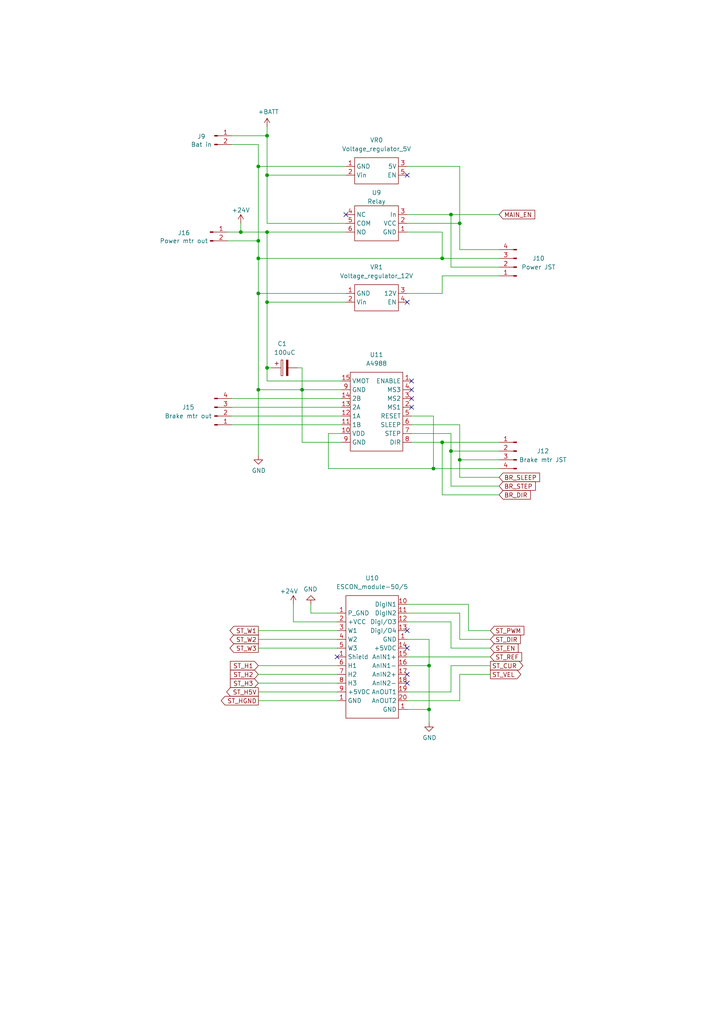
<source format=kicad_sch>
(kicad_sch (version 20211123) (generator eeschema)
  (paper "A4" portrait)
  (title_block (title "HV-schematic") (date "2022-04-13") (rev "1") (company "University of Padova") (comment 1 "High-voltage motherboard schematic"))
  (lib_symbols
    (symbol "Connector:Conn_01x02_Male" (pin_names (offset 1.016) hide)
      (property "Reference" "J" (at 0 2.54 0))
      (property "Value" "Conn_01x02_Male" (at 0 -5.08 0))
      (symbol "Conn_01x02_Male_1_1"
        (polyline (pts (xy 1.27 -2.54) (xy 0.8636 -2.54)) (stroke (width 0.1524)))
        (polyline (pts (xy 1.27 0) (xy 0.8636 0)) (stroke (width 0.1524)))
        (rectangle (start 0.8636 -2.413) (end 0 -2.667) (stroke (width 0.1524)) (fill (type outline)))
        (rectangle (start 0.8636 0.127) (end 0 -0.127) (stroke (width 0.1524)) (fill (type outline)))
        (pin passive line (at 5.08 0 180) (length 3.81) (name "Pin_1") (number "1"))
        (pin passive line (at 5.08 -2.54 180) (length 3.81) (name "Pin_2") (number "2"))
      )
    )
    (symbol "Connector:Conn_01x04_Male" (pin_names (offset 1.016) hide)
      (property "Reference" "J" (at 0 5.08 0))
      (property "Value" "Conn_01x04_Male" (at 0 -7.62 0))
      (symbol "Conn_01x04_Male_1_1"
        (polyline (pts (xy 1.27 -5.08) (xy 0.8636 -5.08)) (stroke (width 0.1524)))
        (polyline (pts (xy 1.27 -2.54) (xy 0.8636 -2.54)) (stroke (width 0.1524)))
        (polyline (pts (xy 1.27 0) (xy 0.8636 0)) (stroke (width 0.1524)))
        (polyline (pts (xy 1.27 2.54) (xy 0.8636 2.54)) (stroke (width 0.1524)))
        (rectangle (start 0.8636 -4.953) (end 0 -5.207) (stroke (width 0.1524)) (fill (type outline)))
        (rectangle (start 0.8636 -2.413) (end 0 -2.667) (stroke (width 0.1524)) (fill (type outline)))
        (rectangle (start 0.8636 0.127) (end 0 -0.127) (stroke (width 0.1524)) (fill (type outline)))
        (rectangle (start 0.8636 2.667) (end 0 2.413) (stroke (width 0.1524)) (fill (type outline)))
        (pin passive line (at 5.08 2.54 180) (length 3.81) (name "Pin_1") (number "1"))
        (pin passive line (at 5.08 0 180) (length 3.81) (name "Pin_2") (number "2"))
        (pin passive line (at 5.08 -2.54 180) (length 3.81) (name "Pin_3") (number "3"))
        (pin passive line (at 5.08 -5.08 180) (length 3.81) (name "Pin_4") (number "4"))
      )
    )
    (symbol "SBBMicro:A4988"
      (property "Reference" "U" (at 0 15.24 0))
      (property "Value" "A4988" (at 0 12.7 0))
      (symbol "A4988_0_1"
        (rectangle (start -7.62 11.43) (end 7.62 -11.43))
      )
      (symbol "A4988_1_1"
        (pin passive line (at 10.16 8.89 180) (length 2.54) (name "ENABLE") (number "1"))
        (pin passive line (at -10.16 -6.35 0) (length 2.54) (name "VDD") (number "10"))
        (pin passive line (at -10.16 -3.81 0) (length 2.54) (name "1B") (number "11"))
        (pin passive line (at -10.16 -1.27 0) (length 2.54) (name "1A") (number "12"))
        (pin passive line (at -10.16 1.27 0) (length 2.54) (name "2A") (number "13"))
        (pin passive line (at -10.16 3.81 0) (length 2.54) (name "2B") (number "14"))
        (pin passive line (at -10.16 8.89 0) (length 2.54) (name "VMOT") (number "15"))
        (pin passive line (at 10.16 1.27 180) (length 2.54) (name "MS1") (number "2"))
        (pin passive line (at 10.16 3.81 180) (length 2.54) (name "MS2") (number "3"))
        (pin passive line (at 10.16 6.35 180) (length 2.54) (name "MS3") (number "4"))
        (pin passive line (at 10.16 -1.27 180) (length 2.54) (name "RESET") (number "5"))
        (pin passive line (at 10.16 -3.81 180) (length 2.54) (name "SLEEP") (number "6"))
        (pin passive line (at 10.16 -6.35 180) (length 2.54) (name "STEP") (number "7"))
        (pin passive line (at 10.16 -8.89 180) (length 2.54) (name "DIR") (number "8"))
        (pin passive line (at -10.16 -8.89 0) (length 2.54) (name "GND") (number "9"))
        (pin passive line (at -10.16 6.35 0) (length 2.54) (name "GND") (number "9"))
      )
    )
    (symbol "SBBMicro:ESCON_module-50{slash}5"
      (property "Reference" "U" (at 0 22.86 0))
      (property "Value" "ESCON_module-50{slash}5" (at 0 20.32 0))
      (symbol "ESCON_module-50{slash}5_0_1"
        (rectangle (start -7.62 17.78) (end 7.62 -17.78))
      )
      (symbol "ESCON_module-50{slash}5_1_1"
        (pin passive line (at -10.16 -12.7 0) (length 2.54) (name "GND") (number "1"))
        (pin passive line (at 10.16 -15.24 180) (length 2.54) (name "GND") (number "1"))
        (pin passive line (at 10.16 5.08 180) (length 2.54) (name "GND") (number "1"))
        (pin passive line (at -10.16 12.7 0) (length 2.54) (name "P_GND") (number "1"))
        (pin passive line (at -10.16 0 0) (length 2.54) (name "Shield") (number "1"))
        (pin passive line (at 10.16 15.24 180) (length 2.54) (name "DigIN1") (number "10"))
        (pin passive line (at 10.16 12.7 180) (length 2.54) (name "DigIN2") (number "11"))
        (pin passive line (at 10.16 10.16 180) (length 2.54) (name "DigI/O3") (number "12"))
        (pin passive line (at 10.16 7.62 180) (length 2.54) (name "DigI/O4") (number "13"))
        (pin passive line (at 10.16 2.54 180) (length 2.54) (name "+5VDC") (number "14"))
        (pin passive line (at 10.16 0 180) (length 2.54) (name "AnIN1+") (number "15"))
        (pin passive line (at 10.16 -2.54 180) (length 2.54) (name "AnIN1-") (number "16"))
        (pin passive line (at 10.16 -5.08 180) (length 2.54) (name "AnIN2+") (number "17"))
        (pin passive line (at 10.16 -7.62 180) (length 2.54) (name "AnIN2-") (number "18"))
        (pin passive line (at 10.16 -10.16 180) (length 2.54) (name "AnOUT1") (number "19"))
        (pin passive line (at -10.16 10.16 0) (length 2.54) (name "+VCC") (number "2"))
        (pin passive line (at 10.16 -12.7 180) (length 2.54) (name "AnOUT2") (number "20"))
        (pin passive line (at -10.16 7.62 0) (length 2.54) (name "W1") (number "3"))
        (pin passive line (at -10.16 5.08 0) (length 2.54) (name "W2") (number "4"))
        (pin passive line (at -10.16 2.54 0) (length 2.54) (name "W3") (number "5"))
        (pin passive line (at -10.16 -2.54 0) (length 2.54) (name "H1") (number "6"))
        (pin passive line (at -10.16 -5.08 0) (length 2.54) (name "H2") (number "7"))
        (pin passive line (at -10.16 -7.62 0) (length 2.54) (name "H3") (number "8"))
        (pin passive line (at -10.16 -10.16 0) (length 2.54) (name "+5VDC") (number "9"))
      )
    )
    (symbol "SBBMicro:Relay"
      (property "Reference" "U" (at 0 8.89 0))
      (property "Value" "Relay" (at 0 6.35 0))
      (symbol "Relay_0_1"
        (rectangle (start -6.35 5.08) (end 6.35 -5.08))
      )
      (symbol "Relay_1_1"
        (pin passive line (at -8.89 2.54 0) (length 2.54) (name "GND") (number "1"))
        (pin passive line (at -8.89 0 0) (length 2.54) (name "VCC") (number "2"))
        (pin passive line (at -8.89 -2.54 0) (length 2.54) (name "In") (number "3"))
        (pin passive line (at 8.89 -2.54 180) (length 2.54) (name "NC") (number "4"))
        (pin passive line (at 8.89 0 180) (length 2.54) (name "COM") (number "5"))
        (pin passive line (at 8.89 2.54 180) (length 2.54) (name "NO") (number "6"))
      )
    )
    (symbol "SBBMicro:Voltage_regulator_12V"
      (property "Reference" "VR" (at -1.27 7.62 0))
      (property "Value" "Voltage_regulator_12V" (at 0 5.08 0))
      (symbol "Voltage_regulator_12V_0_1"
        (rectangle (start -6.35 3.81) (end 6.35 -3.81))
      )
      (symbol "Voltage_regulator_12V_1_1"
        (pin passive line (at -8.89 1.27 0) (length 2.54) (name "GND") (number "1"))
        (pin passive line (at -8.89 -1.27 0) (length 2.54) (name "Vin") (number "2"))
        (pin passive line (at 8.89 1.27 180) (length 2.54) (name "12V") (number "3"))
        (pin passive line (at 8.89 -1.27 180) (length 2.54) (name "EN") (number "4"))
      )
    )
    (symbol "SBBMicro:Voltage_regulator_5V"
      (property "Reference" "VR" (at -1.27 7.62 0))
      (property "Value" "Voltage_regulator_5V" (at 0 5.08 0))
      (symbol "Voltage_regulator_5V_0_1"
        (rectangle (start -6.35 3.81) (end 6.35 -3.81))
      )
      (symbol "Voltage_regulator_5V_1_1"
        (pin passive line (at -8.89 1.27 0) (length 2.54) (name "GND") (number "1"))
        (pin passive line (at -8.89 -1.27 0) (length 2.54) (name "Vin") (number "2"))
        (pin passive line (at 8.89 1.27 180) (length 2.54) (name "5V") (number "3"))
        (pin passive line (at 8.89 -1.27 180) (length 2.54) (name "EN") (number "5"))
      )
    )
    (symbol "power:+24V" (power) (pin_names (offset 0))
      (property "Value" "+24V" (at 0 3.556 0))
      (symbol "+24V_0_1"
        (polyline (pts (xy -0.762 1.27) (xy 0 2.54)))
        (polyline (pts (xy 0 0) (xy 0 2.54)))
        (polyline (pts (xy 0 2.54) (xy 0.762 1.27)))
      )
      (symbol "+24V_1_1"
        (pin power_in line (at 0 0 90) (length 0) hide (name "+24V") (number "1"))
      )
    )
    (symbol "power:+BATT" (power) (pin_names (offset 0))
      (property "Value" "+BATT" (at 0 3.556 0))
      (symbol "+BATT_0_1"
        (polyline (pts (xy -0.762 1.27) (xy 0 2.54)))
        (polyline (pts (xy 0 0) (xy 0 2.54)))
        (polyline (pts (xy 0 2.54) (xy 0.762 1.27)))
      )
      (symbol "+BATT_1_1"
        (pin power_in line (at 0 0 90) (length 0) hide (name "+BATT") (number "1"))
      )
    )
    (symbol "power:GND" (power) (pin_names (offset 0))
      (property "Value" "GND" (at 0 -3.81 0))
      (symbol "GND_0_1"
        (polyline (pts (xy 0 0) (xy 0 -1.27) (xy 1.27 -1.27) (xy 0 -2.54) (xy -1.27 -1.27) (xy 0 -1.27)))
      )
      (symbol "GND_1_1"
        (pin power_in line (at 0 0 270) (length 0) hide (name "GND") (number "1"))
      )
    )
    (symbol "power_board-rescue:CP-Device" (pin_numbers hide) (pin_names (offset 0.254))
      (property "Reference" "C" (at 0.635 2.54 0))
      (property "Value" "CP-Device" (at 0.635 -2.54 0))
      (symbol "CP-Device_0_1"
        (rectangle (start -2.286 0.508) (end 2.286 1.016))
        (polyline (pts (xy -1.778 2.286) (xy -0.762 2.286)))
        (polyline (pts (xy -1.27 2.794) (xy -1.27 1.778)))
        (rectangle (start 2.286 -0.508) (end -2.286 -1.016) (fill (type outline)))
      )
      (symbol "CP-Device_1_1"
        (pin passive line (at 0 3.81 270) (length 2.794) (name "~") (number "1"))
        (pin passive line (at 0 -3.81 90) (length 2.794) (name "~") (number "2"))
      )
    )
  )
  (junction (at 133.35 64.77))
  (junction (at 128.27 128.27))
  (junction (at 77.47 39.37))
  (junction (at 74.93 113.03))
  (junction (at 74.93 74.93))
  (junction (at 125.73 135.89))
  (junction (at 124.46 205.74))
  (junction (at 74.93 69.85))
  (junction (at 87.63 113.03))
  (junction (at 128.27 74.93))
  (junction (at 133.35 133.35))
  (junction (at 77.47 67.31))
  (junction (at 124.46 193.04))
  (junction (at 77.47 106.68))
  (junction (at 74.93 85.09))
  (junction (at 74.93 48.26))
  (junction (at 130.81 130.81))
  (junction (at 69.85 67.31))
  (junction (at 130.81 62.23))
  (junction (at 77.47 50.8))
  (junction (at 77.47 87.63))
  (no_connect (at 118.11 50.8))
  (no_connect (at 118.11 187.96))
  (no_connect (at 100.33 62.23))
  (no_connect (at 118.11 195.58))
  (no_connect (at 118.11 198.12))
  (no_connect (at 118.11 182.88))
  (no_connect (at 119.38 110.49))
  (no_connect (at 119.38 115.57))
  (no_connect (at 119.38 113.03))
  (no_connect (at 119.38 118.11))
  (no_connect (at 97.79 190.5))
  (no_connect (at 118.11 87.63))
  (wire (pts (xy 95.25 125.73) (xy 95.25 135.89)))
  (wire (pts (xy 124.46 185.42) (xy 124.46 193.04)))
  (wire (pts (xy 100.33 50.8) (xy 77.47 50.8)))
  (wire (pts (xy 66.04 69.85) (xy 74.93 69.85)))
  (wire (pts (xy 77.47 64.77) (xy 100.33 64.77)))
  (wire (pts (xy 144.78 72.39) (xy 133.35 72.39)))
  (wire (pts (xy 74.93 203.2) (xy 97.79 203.2)))
  (wire (pts (xy 128.27 74.93) (xy 144.78 74.93)))
  (wire (pts (xy 130.81 140.97) (xy 130.81 130.81)))
  (wire (pts (xy 135.89 182.88) (xy 142.24 182.88)))
  (wire (pts (xy 69.85 67.31) (xy 77.47 67.31)))
  (wire (pts (xy 67.31 41.91) (xy 74.93 41.91)))
  (wire (pts (xy 74.93 69.85) (xy 74.93 74.93)))
  (wire (pts (xy 119.38 120.65) (xy 125.73 120.65)))
  (wire (pts (xy 133.35 48.26) (xy 118.11 48.26)))
  (wire (pts (xy 118.11 64.77) (xy 133.35 64.77)))
  (wire (pts (xy 118.11 62.23) (xy 130.81 62.23)))
  (wire (pts (xy 135.89 175.26) (xy 135.89 182.88)))
  (wire (pts (xy 133.35 123.19) (xy 119.38 123.19)))
  (wire (pts (xy 119.38 125.73) (xy 130.81 125.73)))
  (wire (pts (xy 144.78 140.97) (xy 130.81 140.97)))
  (wire (pts (xy 74.93 41.91) (xy 74.93 48.26)))
  (wire (pts (xy 87.63 113.03) (xy 99.06 113.03)))
  (wire (pts (xy 130.81 125.73) (xy 130.81 130.81)))
  (wire (pts (xy 77.47 67.31) (xy 77.47 87.63)))
  (wire (pts (xy 133.35 138.43) (xy 133.35 133.35)))
  (wire (pts (xy 144.78 133.35) (xy 133.35 133.35)))
  (wire (pts (xy 118.11 177.8) (xy 133.35 177.8)))
  (wire (pts (xy 130.81 180.34) (xy 130.81 187.96)))
  (wire (pts (xy 74.93 113.03) (xy 74.93 132.08)))
  (wire (pts (xy 67.31 115.57) (xy 99.06 115.57)))
  (wire (pts (xy 99.06 128.27) (xy 87.63 128.27)))
  (wire (pts (xy 77.47 106.68) (xy 77.47 110.49)))
  (wire (pts (xy 130.81 193.04) (xy 142.24 193.04)))
  (wire (pts (xy 90.17 175.26) (xy 90.17 177.8)))
  (wire (pts (xy 87.63 106.68) (xy 87.63 113.03)))
  (wire (pts (xy 128.27 128.27) (xy 144.78 128.27)))
  (wire (pts (xy 67.31 123.19) (xy 99.06 123.19)))
  (wire (pts (xy 99.06 110.49) (xy 77.47 110.49)))
  (wire (pts (xy 118.11 205.74) (xy 124.46 205.74)))
  (wire (pts (xy 74.93 85.09) (xy 74.93 113.03)))
  (wire (pts (xy 74.93 182.88) (xy 97.79 182.88)))
  (wire (pts (xy 118.11 175.26) (xy 135.89 175.26)))
  (wire (pts (xy 144.78 143.51) (xy 128.27 143.51)))
  (wire (pts (xy 74.93 48.26) (xy 100.33 48.26)))
  (wire (pts (xy 118.11 193.04) (xy 124.46 193.04)))
  (wire (pts (xy 74.93 195.58) (xy 97.79 195.58)))
  (wire (pts (xy 74.93 85.09) (xy 100.33 85.09)))
  (wire (pts (xy 124.46 205.74) (xy 124.46 209.55)))
  (wire (pts (xy 99.06 125.73) (xy 95.25 125.73)))
  (wire (pts (xy 77.47 87.63) (xy 100.33 87.63)))
  (wire (pts (xy 128.27 80.01) (xy 144.78 80.01)))
  (wire (pts (xy 87.63 128.27) (xy 87.63 113.03)))
  (wire (pts (xy 95.25 135.89) (xy 125.73 135.89)))
  (wire (pts (xy 130.81 62.23) (xy 130.81 77.47)))
  (wire (pts (xy 85.09 180.34) (xy 97.79 180.34)))
  (wire (pts (xy 128.27 85.09) (xy 128.27 80.01)))
  (wire (pts (xy 100.33 67.31) (xy 77.47 67.31)))
  (wire (pts (xy 74.93 74.93) (xy 128.27 74.93)))
  (wire (pts (xy 118.11 185.42) (xy 124.46 185.42)))
  (wire (pts (xy 118.11 200.66) (xy 130.81 200.66)))
  (wire (pts (xy 66.04 67.31) (xy 69.85 67.31)))
  (wire (pts (xy 118.11 190.5) (xy 142.24 190.5)))
  (wire (pts (xy 74.93 187.96) (xy 97.79 187.96)))
  (wire (pts (xy 130.81 77.47) (xy 144.78 77.47)))
  (wire (pts (xy 130.81 200.66) (xy 130.81 193.04)))
  (wire (pts (xy 133.35 195.58) (xy 142.24 195.58)))
  (wire (pts (xy 118.11 67.31) (xy 128.27 67.31)))
  (wire (pts (xy 119.38 128.27) (xy 128.27 128.27)))
  (wire (pts (xy 74.93 193.04) (xy 97.79 193.04)))
  (wire (pts (xy 67.31 118.11) (xy 99.06 118.11)))
  (wire (pts (xy 133.35 177.8) (xy 133.35 185.42)))
  (wire (pts (xy 77.47 87.63) (xy 77.47 106.68)))
  (wire (pts (xy 133.35 64.77) (xy 133.35 72.39)))
  (wire (pts (xy 74.93 198.12) (xy 97.79 198.12)))
  (wire (pts (xy 74.93 185.42) (xy 97.79 185.42)))
  (wire (pts (xy 69.85 64.77) (xy 69.85 67.31)))
  (wire (pts (xy 133.35 185.42) (xy 142.24 185.42)))
  (wire (pts (xy 74.93 74.93) (xy 74.93 85.09)))
  (wire (pts (xy 133.35 203.2) (xy 133.35 195.58)))
  (wire (pts (xy 128.27 67.31) (xy 128.27 74.93)))
  (wire (pts (xy 118.11 85.09) (xy 128.27 85.09)))
  (wire (pts (xy 67.31 39.37) (xy 77.47 39.37)))
  (wire (pts (xy 77.47 39.37) (xy 77.47 50.8)))
  (wire (pts (xy 85.09 175.26) (xy 85.09 180.34)))
  (wire (pts (xy 118.11 203.2) (xy 133.35 203.2)))
  (wire (pts (xy 125.73 135.89) (xy 144.78 135.89)))
  (wire (pts (xy 133.35 48.26) (xy 133.35 64.77)))
  (wire (pts (xy 144.78 62.23) (xy 130.81 62.23)))
  (wire (pts (xy 77.47 50.8) (xy 77.47 64.77)))
  (wire (pts (xy 130.81 187.96) (xy 142.24 187.96)))
  (wire (pts (xy 86.36 106.68) (xy 87.63 106.68)))
  (wire (pts (xy 125.73 120.65) (xy 125.73 135.89)))
  (wire (pts (xy 128.27 143.51) (xy 128.27 128.27)))
  (wire (pts (xy 90.17 177.8) (xy 97.79 177.8)))
  (wire (pts (xy 118.11 180.34) (xy 130.81 180.34)))
  (wire (pts (xy 74.93 48.26) (xy 74.93 69.85)))
  (wire (pts (xy 130.81 130.81) (xy 144.78 130.81)))
  (wire (pts (xy 133.35 133.35) (xy 133.35 123.19)))
  (wire (pts (xy 74.93 113.03) (xy 87.63 113.03)))
  (wire (pts (xy 144.78 138.43) (xy 133.35 138.43)))
  (wire (pts (xy 67.31 120.65) (xy 99.06 120.65)))
  (wire (pts (xy 77.47 39.37) (xy 77.47 36.83)))
  (wire (pts (xy 124.46 193.04) (xy 124.46 205.74)))
  (wire (pts (xy 77.47 106.68) (xy 78.74 106.68)))
  (wire (pts (xy 74.93 200.66) (xy 97.79 200.66)))
  (global_label "ST_W2" (shape output) (at 74.93 185.42 180) (property "Intersheet References" "${INTERSHEET_REFS}" (effects hide)))
  (global_label "ST_DIR" (shape input) (at 142.24 185.42 0) (property "Intersheet References" "${INTERSHEET_REFS}" (effects hide)))
  (global_label "ST_REF" (shape input) (at 142.24 190.5 0) (property "Intersheet References" "${INTERSHEET_REFS}" (effects hide)))
  (global_label "BR_SLEEP" (shape input) (at 144.78 138.43 0) (property "Intersheet References" "${INTERSHEET_REFS}" (effects hide)))
  (global_label "MAIN_EN" (shape input) (at 144.78 62.23 0) (property "Intersheet References" "${INTERSHEET_REFS}" (effects hide)))
  (global_label "BR_DIR" (shape input) (at 144.78 143.51 0) (property "Intersheet References" "${INTERSHEET_REFS}" (effects hide)))
  (global_label "ST_W3" (shape output) (at 74.93 187.96 180) (property "Intersheet References" "${INTERSHEET_REFS}" (effects hide)))
  (global_label "ST_VEL" (shape output) (at 142.24 195.58 0) (property "Intersheet References" "${INTERSHEET_REFS}" (effects hide)))
  (global_label "ST_PWM" (shape input) (at 142.24 182.88 0) (property "Intersheet References" "${INTERSHEET_REFS}" (effects hide)))
  (global_label "BR_STEP" (shape input) (at 144.78 140.97 0) (property "Intersheet References" "${INTERSHEET_REFS}" (effects hide)))
  (global_label "ST_H3" (shape input) (at 74.93 198.12 180) (property "Intersheet References" "${INTERSHEET_REFS}" (effects hide)))
  (global_label "ST_H5V" (shape output) (at 74.93 200.66 180) (property "Intersheet References" "${INTERSHEET_REFS}" (effects hide)))
  (global_label "ST_EN" (shape input) (at 142.24 187.96 0) (property "Intersheet References" "${INTERSHEET_REFS}" (effects hide)))
  (global_label "ST_W1" (shape output) (at 74.93 182.88 180) (property "Intersheet References" "${INTERSHEET_REFS}" (effects hide)))
  (global_label "ST_H1" (shape input) (at 74.93 193.04 180) (property "Intersheet References" "${INTERSHEET_REFS}" (effects hide)))
  (global_label "ST_H2" (shape input) (at 74.93 195.58 180) (property "Intersheet References" "${INTERSHEET_REFS}" (effects hide)))
  (global_label "ST_CUR" (shape output) (at 142.24 193.04 0) (property "Intersheet References" "${INTERSHEET_REFS}" (effects hide)))
  (global_label "ST_HGND" (shape output) (at 74.93 203.2 180) (property "Intersheet References" "${INTERSHEET_REFS}" (effects hide)))
  (symbol (lib_id "power:GND") (at 124.46 209.55 0) (unit 1)
    (property "Reference" "#PWR0125" (effects hide))
    (property "Value" "GND" (at 124.587 213.9442 0))
  )
  (symbol (lib_id "SBBMicro:Relay") (at 109.22 64.77 180) (unit 1)
    (property "Reference" "U9" (at 109.22 55.88 0))
    (property "Value" "Relay" (at 109.22 58.42 0))
    (property "Footprint" "SBBMicro:Relay" (effects hide))
  )
  (symbol (lib_id "Connector:Conn_01x04_Male") (at 62.23 120.65 0) (mirror x) (unit 1)
    (property "Reference" "J15" (at 54.61 118.11 0))
    (property "Value" "Brake mtr out" (at 54.61 120.65 0))
    (property "Footprint" "Connector_JST_inches:JST_1x04_P2.54" (effects hide))
  )
  (symbol (lib_id "power:GND") (at 90.17 175.26 180) (unit 1)
    (property "Reference" "#PWR0127" (effects hide))
    (property "Value" "GND" (at 90.043 170.8658 0))
  )
  (symbol (lib_id "SBBMicro:ESCON_module-50{slash}5") (at 107.95 190.5 0) (unit 1)
    (property "Reference" "U10" (at 107.95 167.64 0))
    (property "Value" "ESCON_module-50/5" (at 107.95 170.18 0))
    (property "Footprint" "SBBMicro:Escon module-50-5" (effects hide))
  )
  (symbol (lib_id "Connector:Conn_01x02_Male") (at 62.23 39.37 0) (unit 1)
    (property "Reference" "J9" (at 58.42 39.5986 0))
    (property "Value" "Bat in" (at 58.42 41.91 0))
    (property "Footprint" "TerminalBlock:TerminalBlock_bornier-2_P5.08mm" (effects hide))
  )
  (symbol (lib_id "SBBMicro:A4988") (at 109.22 119.38 0) (unit 1)
    (property "Reference" "U11" (at 109.22 102.87 0))
    (property "Value" "A4988" (at 109.22 105.41 0))
    (property "Footprint" "SBBMicro:A4988" (effects hide))
  )
  (symbol (lib_id "power:+BATT") (at 77.47 36.83 0) (unit 1)
    (property "Reference" "#PWR0126" (effects hide))
    (property "Value" "+BATT" (at 77.851 32.4358 0))
  )
  (symbol (lib_id "power_board-rescue:CP-Device") (at 82.55 106.68 90) (mirror x) (unit 1)
    (property "Reference" "C1" (at 83.185 99.695 90) (effects (justify left)))
    (property "Value" "100uC" (at 85.725 102.235 90) (effects (justify left)))
    (property "Footprint" "Capacitor_THT:CP_Radial_D5.0mm_P2.50mm" (effects hide))
  )
  (symbol (lib_id "SBBMicro:Voltage_regulator_12V") (at 109.22 86.36 0) (unit 1)
    (property "Reference" "VR1" (at 109.22 77.47 0))
    (property "Value" "Voltage_regulator_12V" (at 109.22 80.01 0))
    (property "Footprint" "SBBMicro:Voltage-reg_12V" (effects hide))
  )
  (symbol (lib_id "Connector:Conn_01x04_Male") (at 149.86 77.47 180) (unit 1)
    (property "Reference" "J10" (at 156.21 74.93 0))
    (property "Value" "Power JST" (at 156.21 77.47 0))
    (property "Footprint" "Connector_JST_inches:JST_1x04_P2.54" (effects hide))
  )
  (symbol (lib_id "power:GND") (at 74.93 132.08 0) (unit 1)
    (property "Reference" "#PWR0124" (effects hide))
    (property "Value" "GND" (at 75.057 136.4742 0))
  )
  (symbol (lib_id "power:+24V") (at 69.85 64.77 0) (unit 1)
    (property "Reference" "#PWR0129" (effects hide))
    (property "Value" "+24V" (at 69.85 60.96 0))
  )
  (symbol (lib_id "Connector:Conn_01x02_Male") (at 60.96 67.31 0) (unit 1)
    (property "Reference" "J16" (at 53.34 67.5386 0))
    (property "Value" "Power mtr out" (at 53.34 69.85 0))
    (property "Footprint" "TerminalBlock:TerminalBlock_bornier-2_P5.08mm" (effects hide))
  )
  (symbol (lib_id "Connector:Conn_01x04_Male") (at 149.86 130.81 0) (mirror y) (unit 1)
    (property "Reference" "J12" (at 157.48 130.81 0))
    (property "Value" "Brake mtr JST" (at 157.48 133.35 0))
    (property "Footprint" "Connector_JST_inches:JST_1x04_P2.54" (effects hide))
  )
  (symbol (lib_id "power:+24V") (at 85.09 175.26 0) (unit 1)
    (property "Reference" "#PWR0128" (effects hide))
    (property "Value" "+24V" (at 83.82 171.45 0))
  )
  (symbol (lib_id "SBBMicro:Voltage_regulator_5V") (at 109.22 49.53 0) (unit 1)
    (property "Reference" "VR0" (at 109.22 40.64 0))
    (property "Value" "Voltage_regulator_5V" (at 109.22 43.18 0))
    (property "Footprint" "SBBMicro:Voltage-reg_5V" (effects hide))
  )
)
</source>
